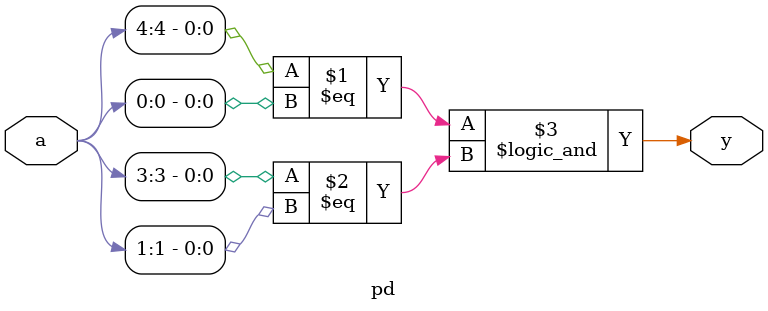
<source format=v>
module pd (a,y);
  input [4:0]a;
  output y;
  assign y=(a[4]==a[0] && a[3]==a[1]);
endmodule
//y=1 --- palindrom
//y=0 --- not a palindrom

</source>
